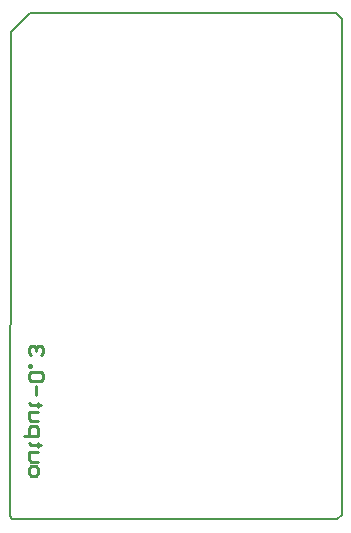
<source format=gbo>
G04*
G04 #@! TF.GenerationSoftware,Altium Limited,Altium Designer,20.2.7 (254)*
G04*
G04 Layer_Color=57008*
%FSLAX25Y25*%
%MOIN*%
G70*
G04*
G04 #@! TF.SameCoordinates,F843C583-EBE9-4D23-8C3A-A0ED9C3F7A7C*
G04*
G04*
G04 #@! TF.FilePolarity,Positive*
G04*
G01*
G75*
%ADD11C,0.00787*%
%ADD90C,0.01000*%
D11*
X260Y64875D02*
X793Y65408D01*
X260Y1375D02*
Y64875D01*
Y1375D02*
X1219Y416D01*
X109423D01*
X793Y65408D02*
Y162849D01*
X6994Y169050D02*
X109061D01*
X793Y162849D02*
X6994Y169050D01*
X109061D02*
X110931Y167180D01*
X109423Y416D02*
X110931Y1924D01*
Y167180D01*
D90*
X6708Y15665D02*
Y17239D01*
X7495Y18027D01*
X9070D01*
X9857Y17239D01*
Y15665D01*
X9070Y14878D01*
X7495D01*
X6708Y15665D01*
X9857Y19601D02*
X7495D01*
X6708Y20388D01*
Y22749D01*
X9857D01*
X10644Y25111D02*
X9857D01*
Y24324D01*
Y25898D01*
Y25111D01*
X7495D01*
X6708Y25898D01*
X5134Y28260D02*
X9857D01*
Y30621D01*
X9070Y31408D01*
X7495D01*
X6708Y30621D01*
Y28260D01*
X9857Y32982D02*
X7495D01*
X6708Y33770D01*
Y36131D01*
X9857D01*
X10644Y38492D02*
X9857D01*
Y37705D01*
Y39279D01*
Y38492D01*
X7495D01*
X6708Y39279D01*
X9070Y41641D02*
Y44790D01*
X10644Y46364D02*
X11431Y47151D01*
Y48725D01*
X10644Y49512D01*
X7495D01*
X6708Y48725D01*
Y47151D01*
X7495Y46364D01*
X10644D01*
X6708Y51087D02*
X7495D01*
Y51874D01*
X6708D01*
Y51087D01*
X10644Y55023D02*
X11431Y55810D01*
Y57384D01*
X10644Y58171D01*
X9857D01*
X9070Y57384D01*
Y56597D01*
Y57384D01*
X8282Y58171D01*
X7495D01*
X6708Y57384D01*
Y55810D01*
X7495Y55023D01*
M02*

</source>
